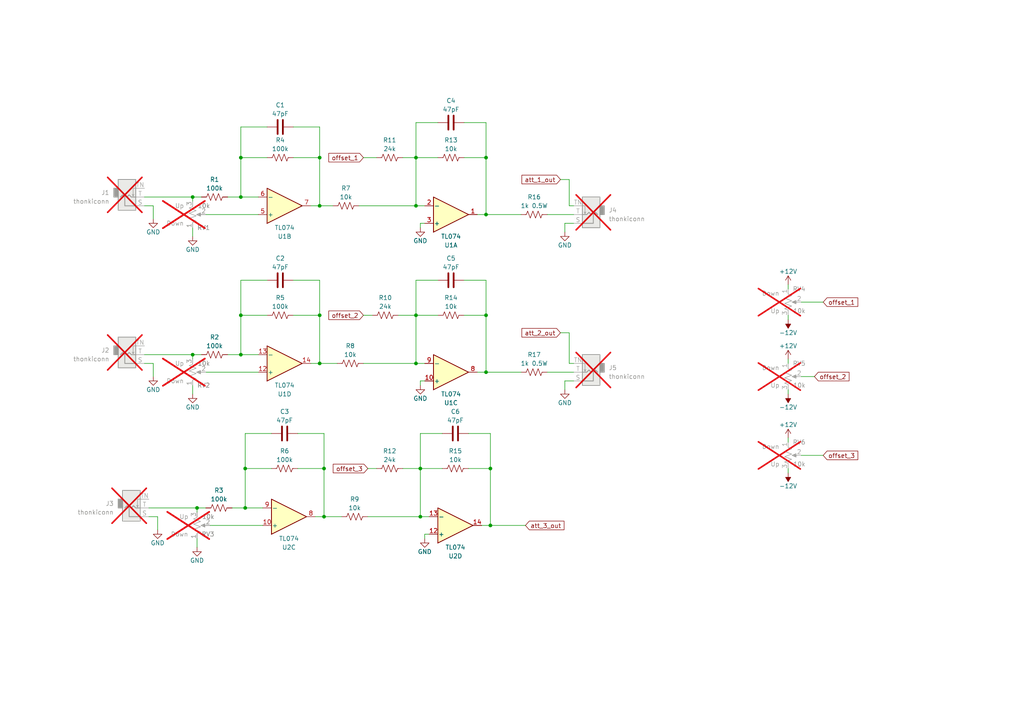
<source format=kicad_sch>
(kicad_sch (version 20231120) (generator "eeschema") (generator_version "8.0")
  (paper "A4")
  (lib_symbols
    (symbol "power:+12V" (power) (pin_names (offset 0))
      (property "Value" "+12V" (at 0 3.556 0))
      (symbol "+12V_0_1"
        (polyline (pts (xy -0.762 1.27) (xy 0 2.54)))
        (polyline (pts (xy 0 0) (xy 0 2.54)))
        (polyline (pts (xy 0 2.54) (xy 0.762 1.27)))
      )
      (symbol "+12V_1_1"
        (pin power_in line (at 0 0 90) (length 0) hide (name "+12V") (number "1"))
      )
    )
    (symbol "power:-12V" (power) (pin_names (offset 0))
      (property "Value" "-12V" (at 0 3.81 0))
      (symbol "-12V_0_0"
        (pin power_in line (at 0 0 90) (length 0) hide (name "-12V") (number "1"))
      )
      (symbol "-12V_0_1"
        (polyline (pts (xy 0 0) (xy 0 1.27) (xy 0.762 1.27) (xy 0 2.54) (xy -0.762 1.27) (xy 0 1.27)) (fill (type outline)))
      )
    )
    (symbol "power:GND" (power) (pin_names (offset 0))
      (property "Value" "GND" (at 0 -3.81 0))
      (symbol "GND_0_1"
        (polyline (pts (xy 0 0) (xy 0 -1.27) (xy 1.27 -1.27) (xy 0 -2.54) (xy -1.27 -1.27) (xy 0 -1.27)))
      )
      (symbol "GND_1_1"
        (pin power_in line (at 0 0 270) (length 0) hide (name "GND") (number "1"))
      )
    )
    (symbol "synthesis:ALPHAPOT_10K" (pin_names (offset 1.016) hide)
      (property "Reference" "RV" (at 2.54 3.81 0))
      (property "Value" "10k" (at 2.54 -2.54 0))
      (symbol "ALPHAPOT_10K_0_1"
        (polyline (pts (xy 0 -2.286) (xy 0 -2.54)))
        (polyline (pts (xy 0 2.54) (xy 0 2.286)))
        (polyline (pts (xy 2.54 0) (xy 1.524 0)))
        (polyline (pts (xy 1.143 0) (xy 2.286 0.508) (xy 2.286 -0.508) (xy 1.143 0)) (fill (type outline)))
        (polyline (pts (xy 0 -0.762) (xy 1.016 -1.143) (xy 0 -1.524) (xy -1.016 -1.905) (xy 0 -2.286)))
        (polyline (pts (xy 0 0.762) (xy 1.016 0.381) (xy 0 0) (xy -1.016 -0.381) (xy 0 -0.762)))
        (polyline (pts (xy 0 2.286) (xy 1.016 1.905) (xy 0 1.524) (xy -1.016 1.143) (xy 0 0.762)))
      )
      (symbol "ALPHAPOT_10K_1_1"
        (text "Down" (at -5.08 2.54 0) (effects (font (size 1.27 1.27))))
        (text "Up" (at -3.81 -2.54 0) (effects (font (size 1.27 1.27))))
        (pin passive line (at 0 3.81 270) (length 1.27) (name "1") (number "1"))
        (pin passive line (at 3.81 0 180) (length 1.27) (name "2") (number "2"))
        (pin passive line (at 0 -3.81 90) (length 1.27) (name "3") (number "3"))
      )
    )
    (symbol "synthesis:CAP_47PF_0603_COG" (pin_numbers hide) (pin_names (offset 0.254))
      (property "Reference" "C" (at 0.635 2.54 0))
      (property "Value" "47pF" (at 0.635 -2.54 0))
      (symbol "CAP_47PF_0603_COG_0_1"
        (polyline (pts (xy -2.032 -0.762) (xy 2.032 -0.762)) (stroke (width 0.508)))
        (polyline (pts (xy -2.032 0.762) (xy 2.032 0.762)) (stroke (width 0.508)))
      )
      (symbol "CAP_47PF_0603_COG_1_1"
        (pin passive line (at 0 3.81 270) (length 2.794) (name "~") (number "1"))
        (pin passive line (at 0 -3.81 90) (length 2.794) (name "~") (number "2"))
      )
    )
    (symbol "synthesis:RES_100k_0603" (pin_numbers hide) (pin_names (offset 0))
      (property "Reference" "R" (at 2.54 0 90))
      (property "Value" "100k" (at -2.54 0 90))
      (symbol "RES_100k_0603_0_1"
        (polyline (pts (xy 0 -2.286) (xy 0 -2.54)))
        (polyline (pts (xy 0 2.286) (xy 0 2.54)))
        (polyline (pts (xy 0 -0.762) (xy 1.016 -1.143) (xy 0 -1.524) (xy -1.016 -1.905) (xy 0 -2.286)))
        (polyline (pts (xy 0 0.762) (xy 1.016 0.381) (xy 0 0) (xy -1.016 -0.381) (xy 0 -0.762)))
        (polyline (pts (xy 0 2.286) (xy 1.016 1.905) (xy 0 1.524) (xy -1.016 1.143) (xy 0 0.762)))
      )
      (symbol "RES_100k_0603_1_1"
        (pin passive line (at 0 3.81 270) (length 1.27) (name "~") (number "1"))
        (pin passive line (at 0 -3.81 90) (length 1.27) (name "~") (number "2"))
      )
    )
    (symbol "synthesis:RES_10K_0603" (pin_numbers hide) (pin_names (offset 0))
      (property "Reference" "R" (at 2.54 0 90))
      (property "Value" "10k" (at -2.54 0 90))
      (symbol "RES_10K_0603_0_1"
        (polyline (pts (xy 0 -2.286) (xy 0 -2.54)))
        (polyline (pts (xy 0 2.286) (xy 0 2.54)))
        (polyline (pts (xy 0 -0.762) (xy 1.016 -1.143) (xy 0 -1.524) (xy -1.016 -1.905) (xy 0 -2.286)))
        (polyline (pts (xy 0 0.762) (xy 1.016 0.381) (xy 0 0) (xy -1.016 -0.381) (xy 0 -0.762)))
        (polyline (pts (xy 0 2.286) (xy 1.016 1.905) (xy 0 1.524) (xy -1.016 1.143) (xy 0 0.762)))
      )
      (symbol "RES_10K_0603_1_1"
        (pin passive line (at 0 3.81 270) (length 1.27) (name "~") (number "1"))
        (pin passive line (at 0 -3.81 90) (length 1.27) (name "~") (number "2"))
      )
    )
    (symbol "synthesis:RES_1K_1210" (pin_numbers hide) (pin_names (offset 0))
      (property "Reference" "R" (at 2.54 0 90))
      (property "Value" "1k 0.5W" (at -2.54 0 90))
      (symbol "RES_1K_1210_0_1"
        (polyline (pts (xy 0 -2.286) (xy 0 -2.54)))
        (polyline (pts (xy 0 2.286) (xy 0 2.54)))
        (polyline (pts (xy 0 -0.762) (xy 1.016 -1.143) (xy 0 -1.524) (xy -1.016 -1.905) (xy 0 -2.286)))
        (polyline (pts (xy 0 0.762) (xy 1.016 0.381) (xy 0 0) (xy -1.016 -0.381) (xy 0 -0.762)))
        (polyline (pts (xy 0 2.286) (xy 1.016 1.905) (xy 0 1.524) (xy -1.016 1.143) (xy 0 0.762)))
      )
      (symbol "RES_1K_1210_1_1"
        (pin passive line (at 0 3.81 270) (length 1.27) (name "~") (number "1"))
        (pin passive line (at 0 -3.81 90) (length 1.27) (name "~") (number "2"))
      )
    )
    (symbol "synthesis:RES_24K_0603" (pin_numbers hide) (pin_names (offset 0))
      (property "Reference" "R" (at 2.54 0 90))
      (property "Value" "24k" (at -2.54 0 90))
      (symbol "RES_24K_0603_0_1"
        (polyline (pts (xy 0 -2.286) (xy 0 -2.54)))
        (polyline (pts (xy 0 2.286) (xy 0 2.54)))
        (polyline (pts (xy 0 -0.762) (xy 1.016 -1.143) (xy 0 -1.524) (xy -1.016 -1.905) (xy 0 -2.286)))
        (polyline (pts (xy 0 0.762) (xy 1.016 0.381) (xy 0 0) (xy -1.016 -0.381) (xy 0 -0.762)))
        (polyline (pts (xy 0 2.286) (xy 1.016 1.905) (xy 0 1.524) (xy -1.016 1.143) (xy 0 0.762)))
      )
      (symbol "RES_24K_0603_1_1"
        (pin passive line (at 0 3.81 270) (length 1.27) (name "~") (number "1"))
        (pin passive line (at 0 -3.81 90) (length 1.27) (name "~") (number "2"))
      )
    )
    (symbol "synthesis:TL074" (pin_names (offset 0.127))
      (property "Reference" "U" (at 0 5.08 0))
      (property "Value" "TL074" (at 0 -5.08 0))
      (symbol "TL074_1_1"
        (polyline (pts (xy -5.08 5.08) (xy 5.08 0) (xy -5.08 -5.08) (xy -5.08 5.08)) (stroke (width 0.254)) (fill (type background)))
        (pin output line (at 7.62 0 180) (length 2.54) (name "~") (number "1"))
        (pin input line (at -7.62 -2.54 0) (length 2.54) (name "-") (number "2"))
        (pin input line (at -7.62 2.54 0) (length 2.54) (name "+") (number "3"))
      )
      (symbol "TL074_2_1"
        (polyline (pts (xy -5.08 5.08) (xy 5.08 0) (xy -5.08 -5.08) (xy -5.08 5.08)) (stroke (width 0.254)) (fill (type background)))
        (pin input line (at -7.62 2.54 0) (length 2.54) (name "+") (number "5"))
        (pin input line (at -7.62 -2.54 0) (length 2.54) (name "-") (number "6"))
        (pin output line (at 7.62 0 180) (length 2.54) (name "~") (number "7"))
      )
      (symbol "TL074_3_1"
        (polyline (pts (xy -5.08 5.08) (xy 5.08 0) (xy -5.08 -5.08) (xy -5.08 5.08)) (stroke (width 0.254)) (fill (type background)))
        (pin input line (at -7.62 2.54 0) (length 2.54) (name "+") (number "10"))
        (pin output line (at 7.62 0 180) (length 2.54) (name "~") (number "8"))
        (pin input line (at -7.62 -2.54 0) (length 2.54) (name "-") (number "9"))
      )
      (symbol "TL074_4_1"
        (polyline (pts (xy -5.08 5.08) (xy 5.08 0) (xy -5.08 -5.08) (xy -5.08 5.08)) (stroke (width 0.254)) (fill (type background)))
        (pin input line (at -7.62 2.54 0) (length 2.54) (name "+") (number "12"))
        (pin input line (at -7.62 -2.54 0) (length 2.54) (name "-") (number "13"))
        (pin output line (at 7.62 0 180) (length 2.54) (name "~") (number "14"))
      )
      (symbol "TL074_5_1"
        (pin power_in line (at -2.54 -7.62 90) (length 3.81) (name "V-") (number "11"))
        (pin power_in line (at -2.54 7.62 270) (length 3.81) (name "V+") (number "4"))
      )
    )
    (symbol "synthesis:thonkiconn"
      (property "Reference" "J" (at 0 8.89 0))
      (property "Value" "thonkiconn" (at 0 6.35 0))
      (symbol "thonkiconn_0_1"
        (rectangle (start -2.54 0) (end -3.81 -2.54) (stroke (width 0.254)) (fill (type outline)))
        (rectangle (start -2.54 3.81) (end 2.54 -5.08) (stroke (width 0.254)) (fill (type background)))
        (polyline (pts (xy 1.778 -0.254) (xy 2.032 -0.762)))
        (polyline (pts (xy 0 0) (xy 0.635 -0.635) (xy 1.27 0) (xy 2.54 0)) (stroke (width 0.254)))
        (polyline (pts (xy 2.54 -2.54) (xy 1.778 -2.54) (xy 1.778 -0.254) (xy 1.524 -0.762)))
        (polyline (pts (xy 2.54 2.54) (xy -0.635 2.54) (xy -0.635 0) (xy -1.27 -0.635) (xy -1.905 0)) (stroke (width 0.254)))
      )
      (symbol "thonkiconn_1_1"
        (pin passive line (at 5.08 2.54 180) (length 2.54) (name "~") (number "S"))
        (pin passive line (at 5.08 0 180) (length 2.54) (name "~") (number "T"))
        (pin passive line (at 5.08 -2.54 180) (length 2.54) (name "~") (number "TN"))
      )
    )
  )
  (junction (at 140.97 91.44))
  (junction (at 93.98 149.86))
  (junction (at 69.85 91.44))
  (junction (at 121.92 149.86))
  (junction (at 57.15 147.32))
  (junction (at 92.71 105.41))
  (junction (at 71.12 135.89))
  (junction (at 92.71 59.69))
  (junction (at 55.88 102.87))
  (junction (at 93.98 135.89))
  (junction (at 69.85 57.15))
  (junction (at 121.92 135.89))
  (junction (at 69.85 102.87))
  (junction (at 120.65 45.72))
  (junction (at 120.65 59.69))
  (junction (at 140.97 107.95))
  (junction (at 140.97 45.72))
  (junction (at 92.71 91.44))
  (junction (at 92.71 45.72))
  (junction (at 71.12 147.32))
  (junction (at 142.24 135.89))
  (junction (at 69.85 45.72))
  (junction (at 55.88 57.15))
  (junction (at 120.65 91.44))
  (junction (at 120.65 105.41))
  (junction (at 142.24 152.4))
  (junction (at 140.97 62.23))
  (wire (pts (xy 140.97 91.44) (xy 140.97 107.95)))
  (wire (pts (xy 121.92 66.04) (xy 121.92 64.77)))
  (wire (pts (xy 71.12 135.89) (xy 78.74 135.89)))
  (wire (pts (xy 85.09 81.28) (xy 92.71 81.28)))
  (wire (pts (xy 69.85 36.83) (xy 69.85 45.72)))
  (wire (pts (xy 142.24 152.4) (xy 152.4 152.4)))
  (wire (pts (xy 92.71 45.72) (xy 92.71 59.69)))
  (wire (pts (xy 86.36 125.73) (xy 93.98 125.73)))
  (wire (pts (xy 41.91 102.87) (xy 55.88 102.87)))
  (wire (pts (xy 163.83 64.77) (xy 166.37 64.77)))
  (wire (pts (xy 105.41 45.72) (xy 109.22 45.72)))
  (wire (pts (xy 120.65 105.41) (xy 123.19 105.41)))
  (wire (pts (xy 140.97 107.95) (xy 151.13 107.95)))
  (wire (pts (xy 123.19 154.94) (xy 124.46 154.94)))
  (wire (pts (xy 71.12 147.32) (xy 76.2 147.32)))
  (wire (pts (xy 128.27 125.73) (xy 121.92 125.73)))
  (wire (pts (xy 165.1 52.07) (xy 165.1 59.69)))
  (wire (pts (xy 69.85 91.44) (xy 69.85 102.87)))
  (wire (pts (xy 120.65 91.44) (xy 120.65 105.41)))
  (wire (pts (xy 123.19 156.21) (xy 123.19 154.94)))
  (wire (pts (xy 121.92 135.89) (xy 121.92 149.86)))
  (wire (pts (xy 140.97 81.28) (xy 140.97 91.44)))
  (wire (pts (xy 43.18 149.86) (xy 45.72 149.86)))
  (wire (pts (xy 163.83 67.31) (xy 163.83 64.77)))
  (wire (pts (xy 92.71 36.83) (xy 92.71 45.72)))
  (wire (pts (xy 77.47 36.83) (xy 69.85 36.83)))
  (wire (pts (xy 92.71 81.28) (xy 92.71 91.44)))
  (wire (pts (xy 116.84 135.89) (xy 121.92 135.89)))
  (wire (pts (xy 228.6 113.03) (xy 228.6 114.3)))
  (wire (pts (xy 41.91 105.41) (xy 44.45 105.41)))
  (wire (pts (xy 92.71 91.44) (xy 92.71 105.41)))
  (wire (pts (xy 57.15 148.59) (xy 57.15 147.32)))
  (wire (pts (xy 93.98 149.86) (xy 99.06 149.86)))
  (wire (pts (xy 158.75 107.95) (xy 166.37 107.95)))
  (wire (pts (xy 60.96 152.4) (xy 76.2 152.4)))
  (wire (pts (xy 142.24 135.89) (xy 142.24 152.4)))
  (wire (pts (xy 228.6 127) (xy 228.6 128.27)))
  (wire (pts (xy 71.12 125.73) (xy 71.12 135.89)))
  (wire (pts (xy 105.41 105.41) (xy 120.65 105.41)))
  (wire (pts (xy 127 35.56) (xy 120.65 35.56)))
  (wire (pts (xy 228.6 135.89) (xy 228.6 137.16)))
  (wire (pts (xy 140.97 35.56) (xy 140.97 45.72)))
  (wire (pts (xy 45.72 149.86) (xy 45.72 153.67)))
  (wire (pts (xy 93.98 125.73) (xy 93.98 135.89)))
  (wire (pts (xy 57.15 156.21) (xy 57.15 158.75)))
  (wire (pts (xy 92.71 59.69) (xy 90.17 59.69)))
  (wire (pts (xy 121.92 149.86) (xy 124.46 149.86)))
  (wire (pts (xy 85.09 91.44) (xy 92.71 91.44)))
  (wire (pts (xy 121.92 110.49) (xy 123.19 110.49)))
  (wire (pts (xy 69.85 57.15) (xy 74.93 57.15)))
  (wire (pts (xy 228.6 91.44) (xy 228.6 92.71)))
  (wire (pts (xy 162.56 52.07) (xy 165.1 52.07)))
  (wire (pts (xy 120.65 91.44) (xy 127 91.44)))
  (wire (pts (xy 77.47 81.28) (xy 69.85 81.28)))
  (wire (pts (xy 57.15 147.32) (xy 59.69 147.32)))
  (wire (pts (xy 140.97 62.23) (xy 138.43 62.23)))
  (wire (pts (xy 55.88 66.04) (xy 55.88 68.58)))
  (wire (pts (xy 69.85 102.87) (xy 74.93 102.87)))
  (wire (pts (xy 55.88 102.87) (xy 58.42 102.87)))
  (wire (pts (xy 163.83 110.49) (xy 166.37 110.49)))
  (wire (pts (xy 106.68 149.86) (xy 121.92 149.86)))
  (wire (pts (xy 41.91 57.15) (xy 55.88 57.15)))
  (wire (pts (xy 67.31 147.32) (xy 71.12 147.32)))
  (wire (pts (xy 140.97 107.95) (xy 138.43 107.95)))
  (wire (pts (xy 121.92 110.49) (xy 121.92 111.76)))
  (wire (pts (xy 92.71 105.41) (xy 97.79 105.41)))
  (wire (pts (xy 232.41 109.22) (xy 236.22 109.22)))
  (wire (pts (xy 55.88 58.42) (xy 55.88 57.15)))
  (wire (pts (xy 140.97 62.23) (xy 151.13 62.23)))
  (wire (pts (xy 44.45 59.69) (xy 44.45 63.5)))
  (wire (pts (xy 120.65 35.56) (xy 120.65 45.72)))
  (wire (pts (xy 59.69 107.95) (xy 74.93 107.95)))
  (wire (pts (xy 121.92 135.89) (xy 128.27 135.89)))
  (wire (pts (xy 44.45 105.41) (xy 44.45 109.22)))
  (wire (pts (xy 121.92 64.77) (xy 123.19 64.77)))
  (wire (pts (xy 142.24 125.73) (xy 142.24 135.89)))
  (wire (pts (xy 69.85 91.44) (xy 77.47 91.44)))
  (wire (pts (xy 106.68 135.89) (xy 109.22 135.89)))
  (wire (pts (xy 158.75 62.23) (xy 166.37 62.23)))
  (wire (pts (xy 228.6 104.14) (xy 228.6 105.41)))
  (wire (pts (xy 228.6 82.55) (xy 228.6 83.82)))
  (wire (pts (xy 55.88 104.14) (xy 55.88 102.87)))
  (wire (pts (xy 78.74 125.73) (xy 71.12 125.73)))
  (wire (pts (xy 104.14 59.69) (xy 120.65 59.69)))
  (wire (pts (xy 163.83 113.03) (xy 163.83 110.49)))
  (wire (pts (xy 66.04 57.15) (xy 69.85 57.15)))
  (wire (pts (xy 105.41 91.44) (xy 107.95 91.44)))
  (wire (pts (xy 115.57 91.44) (xy 120.65 91.44)))
  (wire (pts (xy 93.98 149.86) (xy 91.44 149.86)))
  (wire (pts (xy 165.1 105.41) (xy 166.37 105.41)))
  (wire (pts (xy 66.04 102.87) (xy 69.85 102.87)))
  (wire (pts (xy 120.65 59.69) (xy 123.19 59.69)))
  (wire (pts (xy 120.65 45.72) (xy 120.65 59.69)))
  (wire (pts (xy 92.71 105.41) (xy 90.17 105.41)))
  (wire (pts (xy 93.98 135.89) (xy 93.98 149.86)))
  (wire (pts (xy 121.92 125.73) (xy 121.92 135.89)))
  (wire (pts (xy 116.84 45.72) (xy 120.65 45.72)))
  (wire (pts (xy 140.97 45.72) (xy 140.97 62.23)))
  (wire (pts (xy 41.91 59.69) (xy 44.45 59.69)))
  (wire (pts (xy 85.09 36.83) (xy 92.71 36.83)))
  (wire (pts (xy 43.18 147.32) (xy 57.15 147.32)))
  (wire (pts (xy 135.89 135.89) (xy 142.24 135.89)))
  (wire (pts (xy 55.88 57.15) (xy 58.42 57.15)))
  (wire (pts (xy 92.71 59.69) (xy 96.52 59.69)))
  (wire (pts (xy 69.85 45.72) (xy 77.47 45.72)))
  (wire (pts (xy 135.89 125.73) (xy 142.24 125.73)))
  (wire (pts (xy 120.65 45.72) (xy 127 45.72)))
  (wire (pts (xy 71.12 135.89) (xy 71.12 147.32)))
  (wire (pts (xy 86.36 135.89) (xy 93.98 135.89)))
  (wire (pts (xy 69.85 81.28) (xy 69.85 91.44)))
  (wire (pts (xy 55.88 111.76) (xy 55.88 114.3)))
  (wire (pts (xy 142.24 152.4) (xy 139.7 152.4)))
  (wire (pts (xy 134.62 81.28) (xy 140.97 81.28)))
  (wire (pts (xy 120.65 81.28) (xy 120.65 91.44)))
  (wire (pts (xy 134.62 45.72) (xy 140.97 45.72)))
  (wire (pts (xy 232.41 132.08) (xy 238.76 132.08)))
  (wire (pts (xy 232.41 87.63) (xy 238.76 87.63)))
  (wire (pts (xy 85.09 45.72) (xy 92.71 45.72)))
  (wire (pts (xy 59.69 62.23) (xy 74.93 62.23)))
  (wire (pts (xy 162.56 96.52) (xy 165.1 96.52)))
  (wire (pts (xy 134.62 91.44) (xy 140.97 91.44)))
  (wire (pts (xy 127 81.28) (xy 120.65 81.28)))
  (wire (pts (xy 134.62 35.56) (xy 140.97 35.56)))
  (wire (pts (xy 69.85 45.72) (xy 69.85 57.15)))
  (wire (pts (xy 165.1 59.69) (xy 166.37 59.69)))
  (wire (pts (xy 165.1 96.52) (xy 165.1 105.41)))
  (global_label "offset_2" (shape input) (at 105.41 91.44 180) (property "Intersheetrefs" "${INTERSHEET_REFS}" (effects (hide yes))))
  (global_label "offset_3" (shape input) (at 106.68 135.89 180) (property "Intersheetrefs" "${INTERSHEET_REFS}" (effects (hide yes))))
  (global_label "offset_2" (shape input) (at 236.22 109.22 0) (property "Intersheetrefs" "${INTERSHEET_REFS}" (effects (hide yes))))
  (global_label "att_1_out" (shape input) (at 162.56 52.07 180) (property "Intersheetrefs" "${INTERSHEET_REFS}" (effects (hide yes))))
  (global_label "offset_3" (shape input) (at 238.76 132.08 0) (property "Intersheetrefs" "${INTERSHEET_REFS}" (effects (hide yes))))
  (global_label "offset_1" (shape input) (at 105.41 45.72 180) (property "Intersheetrefs" "${INTERSHEET_REFS}" (effects (hide yes))))
  (global_label "att_2_out" (shape input) (at 162.56 96.52 180) (property "Intersheetrefs" "${INTERSHEET_REFS}" (effects (hide yes))))
  (global_label "offset_1" (shape input) (at 238.76 87.63 0) (property "Intersheetrefs" "${INTERSHEET_REFS}" (effects (hide yes))))
  (global_label "att_3_out" (shape input) (at 152.4 152.4 0) (property "Intersheetrefs" "${INTERSHEET_REFS}" (effects (hide yes))))
  (symbol (lib_id "synthesis:RES_24K_0603") (at 113.03 45.72 90) (unit 1)
    (property "Reference" "R11" (at 113.03 40.64 90))
    (property "Value" "24k" (at 113.03 43.18 90))
    (property "Footprint" "Resistor_SMD:R_0603_1608Metric" (effects (hide yes)))
    (property "MFR" "YAGEO" (effects (hide yes)))
    (property "MPN" "RC0603FR-0724KL" (effects (hide yes)))
    (property "LCSC" " C137760" (effects (hide yes)))
  )
  (symbol (lib_id "synthesis:RES_10K_0603") (at 100.33 59.69 90) (unit 1)
    (property "Reference" "R7" (at 100.33 54.61 90))
    (property "Value" "10k" (at 100.33 57.15 90))
    (property "Footprint" "Resistor_SMD:R_0603_1608Metric" (effects (hide yes)))
    (property "MFR" "YAGEO" (effects (hide yes)))
    (property "MPN" "RC0603FR-0710KL" (effects (hide yes)))
    (property "LCSC" "C98220" (effects (hide yes)))
  )
  (symbol (lib_id "power:GND") (at 44.45 63.5 0) (unit 1)
    (property "Reference" "#PWR01" (effects (hide yes)))
    (property "Value" "GND" (at 44.45 67.31 0))
  )
  (symbol (lib_id "synthesis:thonkiconn") (at 171.45 62.23 180) (unit 1) (dnp yes)
    (property "Reference" "J4" (at 176.53 60.96 0) (effects (justify right)))
    (property "Value" "thonkiconn" (at 176.53 63.5 0) (effects (justify right)))
    (property "Footprint" "synthesis:thonkiconn" (effects (hide yes)))
    (property "MFR" "QINGPU" (effects (hide yes)))
    (property "MPN" "WQP518MA" (effects (hide yes)))
  )
  (symbol (lib_id "synthesis:RES_24K_0603") (at 111.76 91.44 90) (unit 1)
    (property "Reference" "R10" (at 111.76 86.36 90))
    (property "Value" "24k" (at 111.76 88.9 90))
    (property "Footprint" "Resistor_SMD:R_0603_1608Metric" (effects (hide yes)))
    (property "MFR" "YAGEO" (effects (hide yes)))
    (property "MPN" "RC0603FR-0724KL" (effects (hide yes)))
    (property "LCSC" " C137760" (effects (hide yes)))
  )
  (symbol (lib_id "synthesis:RES_10K_0603") (at 132.08 135.89 90) (unit 1)
    (property "Reference" "R15" (at 132.08 130.81 90))
    (property "Value" "10k" (at 132.08 133.35 90))
    (property "Footprint" "Resistor_SMD:R_0603_1608Metric" (effects (hide yes)))
    (property "MFR" "YAGEO" (effects (hide yes)))
    (property "MPN" "RC0603FR-0710KL" (effects (hide yes)))
    (property "LCSC" "C98220" (effects (hide yes)))
  )
  (symbol (lib_id "synthesis:RES_100k_0603") (at 81.28 45.72 90) (unit 1)
    (property "Reference" "R4" (at 81.28 40.64 90))
    (property "Value" "100k" (at 81.28 43.18 90))
    (property "Footprint" "Resistor_SMD:R_0603_1608Metric" (effects (hide yes)))
    (property "MFR" "RC0603FR-07100KL" (effects (hide yes)))
    (property "MPN" "RC0603FR-07100KL" (effects (hide yes)))
    (property "LCSC" "C14675" (effects (hide yes)))
  )
  (symbol (lib_id "synthesis:RES_10K_0603") (at 130.81 91.44 90) (unit 1)
    (property "Reference" "R14" (at 130.81 86.36 90))
    (property "Value" "10k" (at 130.81 88.9 90))
    (property "Footprint" "Resistor_SMD:R_0603_1608Metric" (effects (hide yes)))
    (property "MFR" "YAGEO" (effects (hide yes)))
    (property "MPN" "RC0603FR-0710KL" (effects (hide yes)))
    (property "LCSC" "C98220" (effects (hide yes)))
  )
  (symbol (lib_id "power:GND") (at 55.88 68.58 0) (unit 1)
    (property "Reference" "#PWR04" (effects (hide yes)))
    (property "Value" "GND" (at 55.88 72.39 0))
  )
  (symbol (lib_id "synthesis:RES_100k_0603") (at 63.5 147.32 90) (unit 1)
    (property "Reference" "R3" (at 63.5 142.24 90))
    (property "Value" "100k" (at 63.5 144.78 90))
    (property "Footprint" "Resistor_SMD:R_0603_1608Metric" (effects (hide yes)))
    (property "MFR" "RC0603FR-07100KL" (effects (hide yes)))
    (property "MPN" "RC0603FR-07100KL" (effects (hide yes)))
    (property "LCSC" "C14675" (effects (hide yes)))
  )
  (symbol (lib_id "synthesis:ALPHAPOT_10K") (at 228.6 109.22 0) (unit 1) (dnp yes)
    (property "Reference" "RV5" (at 233.68 105.41 0) (effects (justify right)))
    (property "Value" "10k" (at 233.68 111.76 0) (effects (justify right)))
    (property "Footprint" "Potentiometer_THT:Potentiometer_Alpha_RD901F-40-00D_Single_Vertical" (effects (hide yes)))
    (property "MFR" "ALPHA" (effects (hide yes)))
    (property "MPN" "RD901F-40-00D" (effects (hide yes)))
  )
  (symbol (lib_id "synthesis:RES_100k_0603") (at 62.23 57.15 90) (unit 1)
    (property "Reference" "R1" (at 62.23 52.07 90))
    (property "Value" "100k" (at 62.23 54.61 90))
    (property "Footprint" "Resistor_SMD:R_0603_1608Metric" (effects (hide yes)))
    (property "MFR" "RC0603FR-07100KL" (effects (hide yes)))
    (property "MPN" "RC0603FR-07100KL" (effects (hide yes)))
    (property "LCSC" "C14675" (effects (hide yes)))
  )
  (symbol (lib_id "synthesis:RES_100k_0603") (at 81.28 91.44 90) (unit 1)
    (property "Reference" "R5" (at 81.28 86.36 90))
    (property "Value" "100k" (at 81.28 88.9 90))
    (property "Footprint" "Resistor_SMD:R_0603_1608Metric" (effects (hide yes)))
    (property "MFR" "RC0603FR-07100KL" (effects (hide yes)))
    (property "MPN" "RC0603FR-07100KL" (effects (hide yes)))
    (property "LCSC" "C14675" (effects (hide yes)))
  )
  (symbol (lib_id "power:-12V") (at 228.6 137.16 180) (unit 1)
    (property "Reference" "#PWR017" (effects (hide yes)))
    (property "Value" "-12V" (at 228.6 140.97 0))
  )
  (symbol (lib_id "synthesis:CAP_47PF_0603_COG") (at 130.81 81.28 90) (unit 1)
    (property "Reference" "C5" (at 130.81 74.93 90))
    (property "Value" "47pF" (at 130.81 77.47 90))
    (property "Footprint" "Capacitor_SMD:C_0603_1608Metric" (effects (hide yes)))
    (property "MFR" "YAGEO" (effects (hide yes)))
    (property "MPN" "CC0603JRNPO9BN470" (effects (hide yes)))
    (property "LCSC" "C105622" (effects (hide yes)))
  )
  (symbol (lib_id "synthesis:thonkiconn") (at 36.83 102.87 0) (mirror x) (unit 1) (dnp yes)
    (property "Reference" "J2" (at 31.75 101.6 0) (effects (justify right)))
    (property "Value" "thonkiconn" (at 31.75 104.14 0) (effects (justify right)))
    (property "Footprint" "synthesis:thonkiconn" (effects (hide yes)))
    (property "MFR" "QINGPU" (effects (hide yes)))
    (property "MPN" "WQP518MA" (effects (hide yes)))
  )
  (symbol (lib_id "synthesis:TL074") (at 132.08 152.4 0) (mirror x) (unit 4)
    (property "Reference" "U2" (at 132.08 161.29 0))
    (property "Value" "TL074" (at 132.08 158.75 0))
    (property "Footprint" "Package_SO:TSSOP-14_4.4x5mm_P0.65mm" (effects (hide yes)))
    (property "Datasheet" "http://www.ti.com/lit/ds/symlink/lm2902-n.pdf" (effects (hide yes)))
    (property "MFR" "TI" (effects (hide yes)))
    (property "MPN" "TL074CPWR" (effects (hide yes)))
    (property "LCSC" "C96507" (effects (hide yes)))
  )
  (symbol (lib_id "synthesis:RES_24K_0603") (at 113.03 135.89 90) (unit 1)
    (property "Reference" "R12" (at 113.03 130.81 90))
    (property "Value" "24k" (at 113.03 133.35 90))
    (property "Footprint" "Resistor_SMD:R_0603_1608Metric" (effects (hide yes)))
    (property "MFR" "YAGEO" (effects (hide yes)))
    (property "MPN" "RC0603FR-0724KL" (effects (hide yes)))
    (property "LCSC" " C137760" (effects (hide yes)))
  )
  (symbol (lib_id "synthesis:RES_10K_0603") (at 101.6 105.41 90) (unit 1)
    (property "Reference" "R8" (at 101.6 100.33 90))
    (property "Value" "10k" (at 101.6 102.87 90))
    (property "Footprint" "Resistor_SMD:R_0603_1608Metric" (effects (hide yes)))
    (property "MFR" "YAGEO" (effects (hide yes)))
    (property "MPN" "RC0603FR-0710KL" (effects (hide yes)))
    (property "LCSC" "C98220" (effects (hide yes)))
  )
  (symbol (lib_id "synthesis:TL074") (at 130.81 62.23 0) (mirror x) (unit 1)
    (property "Reference" "U1" (at 130.81 71.12 0))
    (property "Value" "TL074" (at 130.81 68.58 0))
    (property "Footprint" "Package_SO:TSSOP-14_4.4x5mm_P0.65mm" (effects (hide yes)))
    (property "Datasheet" "http://www.ti.com/lit/ds/symlink/lm2902-n.pdf" (effects (hide yes)))
    (property "MFR" "TI" (effects (hide yes)))
    (property "MPN" "TL074CPWR" (effects (hide yes)))
    (property "LCSC" "C96507" (effects (hide yes)))
  )
  (symbol (lib_id "power:GND") (at 45.72 153.67 0) (unit 1)
    (property "Reference" "#PWR03" (effects (hide yes)))
    (property "Value" "GND" (at 45.72 157.48 0))
  )
  (symbol (lib_id "synthesis:thonkiconn") (at 171.45 107.95 180) (unit 1) (dnp yes)
    (property "Reference" "J5" (at 176.53 106.68 0) (effects (justify right)))
    (property "Value" "thonkiconn" (at 176.53 109.22 0) (effects (justify right)))
    (property "Footprint" "synthesis:thonkiconn" (effects (hide yes)))
    (property "MFR" "QINGPU" (effects (hide yes)))
    (property "MPN" "WQP518MA" (effects (hide yes)))
  )
  (symbol (lib_id "power:+12V") (at 228.6 127 0) (unit 1)
    (property "Reference" "#PWR016" (effects (hide yes)))
    (property "Value" "+12V" (at 228.6 123.19 0))
  )
  (symbol (lib_id "synthesis:thonkiconn") (at 38.1 147.32 0) (mirror x) (unit 1) (dnp yes)
    (property "Reference" "J3" (at 33.02 146.05 0) (effects (justify right)))
    (property "Value" "thonkiconn" (at 33.02 148.59 0) (effects (justify right)))
    (property "Footprint" "synthesis:thonkiconn" (effects (hide yes)))
    (property "MFR" "QINGPU" (effects (hide yes)))
    (property "MPN" "WQP518MA" (effects (hide yes)))
  )
  (symbol (lib_id "power:+12V") (at 228.6 82.55 0) (unit 1)
    (property "Reference" "#PWR012" (effects (hide yes)))
    (property "Value" "+12V" (at 228.6 78.74 0))
  )
  (symbol (lib_id "power:GND") (at 55.88 114.3 0) (unit 1)
    (property "Reference" "#PWR05" (effects (hide yes)))
    (property "Value" "GND" (at 55.88 118.11 0))
  )
  (symbol (lib_id "synthesis:RES_1K_1210") (at 154.94 107.95 90) (unit 1)
    (property "Reference" "R17" (at 154.94 102.87 90))
    (property "Value" "1k 0.5W" (at 154.94 105.41 90))
    (property "Footprint" "Resistor_SMD:R_1210_3225Metric" (effects (hide yes)))
    (property "MFR" "YAGEO" (effects (hide yes)))
    (property "MPN" "RC1210FR-071KL" (effects (hide yes)))
    (property "LCSC" "C83144" (effects (hide yes)))
  )
  (symbol (lib_id "power:-12V") (at 228.6 92.71 180) (unit 1)
    (property "Reference" "#PWR013" (effects (hide yes)))
    (property "Value" "-12V" (at 228.6 96.52 0))
  )
  (symbol (lib_id "synthesis:TL074") (at 83.82 149.86 0) (mirror x) (unit 3)
    (property "Reference" "U2" (at 83.82 158.75 0))
    (property "Value" "TL074" (at 83.82 156.21 0))
    (property "Footprint" "Package_SO:TSSOP-14_4.4x5mm_P0.65mm" (effects (hide yes)))
    (property "Datasheet" "http://www.ti.com/lit/ds/symlink/lm2902-n.pdf" (effects (hide yes)))
    (property "MFR" "TI" (effects (hide yes)))
    (property "MPN" "TL074CPWR" (effects (hide yes)))
    (property "LCSC" "C96507" (effects (hide yes)))
  )
  (symbol (lib_id "synthesis:RES_100k_0603") (at 62.23 102.87 90) (unit 1)
    (property "Reference" "R2" (at 62.23 97.79 90))
    (property "Value" "100k" (at 62.23 100.33 90))
    (property "Footprint" "Resistor_SMD:R_0603_1608Metric" (effects (hide yes)))
    (property "MFR" "RC0603FR-07100KL" (effects (hide yes)))
    (property "MPN" "RC0603FR-07100KL" (effects (hide yes)))
    (property "LCSC" "C14675" (effects (hide yes)))
  )
  (symbol (lib_id "synthesis:TL074") (at 82.55 105.41 0) (mirror x) (unit 4)
    (property "Reference" "U1" (at 82.55 114.3 0))
    (property "Value" "TL074" (at 82.55 111.76 0))
    (property "Footprint" "Package_SO:TSSOP-14_4.4x5mm_P0.65mm" (effects (hide yes)))
    (property "Datasheet" "http://www.ti.com/lit/ds/symlink/lm2902-n.pdf" (effects (hide yes)))
    (property "MFR" "TI" (effects (hide yes)))
    (property "MPN" "TL074CPWR" (effects (hide yes)))
    (property "LCSC" "C96507" (effects (hide yes)))
  )
  (symbol (lib_id "synthesis:thonkiconn") (at 36.83 57.15 0) (mirror x) (unit 1) (dnp yes)
    (property "Reference" "J1" (at 31.75 55.88 0) (effects (justify right)))
    (property "Value" "thonkiconn" (at 31.75 58.42 0) (effects (justify right)))
    (property "Footprint" "synthesis:thonkiconn" (effects (hide yes)))
    (property "MFR" "QINGPU" (effects (hide yes)))
    (property "MPN" "WQP518MA" (effects (hide yes)))
  )
  (symbol (lib_id "power:GND") (at 123.19 156.21 0) (unit 1)
    (property "Reference" "#PWR09" (effects (hide yes)))
    (property "Value" "GND" (at 123.19 160.02 0))
  )
  (symbol (lib_id "power:GND") (at 163.83 67.31 0) (unit 1)
    (property "Reference" "#PWR010" (effects (hide yes)))
    (property "Value" "GND" (at 163.83 71.12 0))
  )
  (symbol (lib_id "synthesis:CAP_47PF_0603_COG") (at 132.08 125.73 90) (unit 1)
    (property "Reference" "C6" (at 132.08 119.38 90))
    (property "Value" "47pF" (at 132.08 121.92 90))
    (property "Footprint" "Capacitor_SMD:C_0603_1608Metric" (effects (hide yes)))
    (property "MFR" "YAGEO" (effects (hide yes)))
    (property "MPN" "CC0603JRNPO9BN470" (effects (hide yes)))
    (property "LCSC" "C105622" (effects (hide yes)))
  )
  (symbol (lib_id "power:GND") (at 121.92 111.76 0) (unit 1)
    (property "Reference" "#PWR08" (effects (hide yes)))
    (property "Value" "GND" (at 121.92 115.57 0))
  )
  (symbol (lib_id "synthesis:RES_10K_0603") (at 130.81 45.72 90) (unit 1)
    (property "Reference" "R13" (at 130.81 40.64 90))
    (property "Value" "10k" (at 130.81 43.18 90))
    (property "Footprint" "Resistor_SMD:R_0603_1608Metric" (effects (hide yes)))
    (property "MFR" "YAGEO" (effects (hide yes)))
    (property "MPN" "RC0603FR-0710KL" (effects (hide yes)))
    (property "LCSC" "C98220" (effects (hide yes)))
  )
  (symbol (lib_id "power:-12V") (at 228.6 114.3 180) (unit 1)
    (property "Reference" "#PWR015" (effects (hide yes)))
    (property "Value" "-12V" (at 228.6 118.11 0))
  )
  (symbol (lib_id "synthesis:RES_100k_0603") (at 82.55 135.89 90) (unit 1)
    (property "Reference" "R6" (at 82.55 130.81 90))
    (property "Value" "100k" (at 82.55 133.35 90))
    (property "Footprint" "Resistor_SMD:R_0603_1608Metric" (effects (hide yes)))
    (property "MFR" "RC0603FR-07100KL" (effects (hide yes)))
    (property "MPN" "RC0603FR-07100KL" (effects (hide yes)))
    (property "LCSC" "C14675" (effects (hide yes)))
  )
  (symbol (lib_id "synthesis:ALPHAPOT_10K") (at 57.15 152.4 0) (mirror x) (unit 1) (dnp yes)
    (property "Reference" "RV3" (at 62.23 154.94 0) (effects (justify right)))
    (property "Value" "10k" (at 62.23 149.86 0) (effects (justify right)))
    (property "Footprint" "Potentiometer_THT:Potentiometer_Alpha_RD901F-40-00D_Single_Vertical" (effects (hide yes)))
    (property "MFR" "ALPHA" (effects (hide yes)))
    (property "MPN" "RD901F-40-00D" (effects (hide yes)))
  )
  (symbol (lib_id "synthesis:CAP_47PF_0603_COG") (at 130.81 35.56 90) (unit 1)
    (property "Reference" "C4" (at 130.81 29.21 90))
    (property "Value" "47pF" (at 130.81 31.75 90))
    (property "Footprint" "Capacitor_SMD:C_0603_1608Metric" (effects (hide yes)))
    (property "MFR" "YAGEO" (effects (hide yes)))
    (property "MPN" "CC0603JRNPO9BN470" (effects (hide yes)))
    (property "LCSC" "C105622" (effects (hide yes)))
  )
  (symbol (lib_id "power:GND") (at 163.83 113.03 0) (unit 1)
    (property "Reference" "#PWR011" (effects (hide yes)))
    (property "Value" "GND" (at 163.83 116.84 0))
  )
  (symbol (lib_id "power:GND") (at 57.15 158.75 0) (unit 1)
    (property "Reference" "#PWR06" (effects (hide yes)))
    (property "Value" "GND" (at 57.15 162.56 0))
  )
  (symbol (lib_id "synthesis:CAP_47PF_0603_COG") (at 81.28 36.83 90) (unit 1)
    (property "Reference" "C1" (at 81.28 30.48 90))
    (property "Value" "47pF" (at 81.28 33.02 90))
    (property "Footprint" "Capacitor_SMD:C_0603_1608Metric" (effects (hide yes)))
    (property "MFR" "YAGEO" (effects (hide yes)))
    (property "MPN" "CC0603JRNPO9BN470" (effects (hide yes)))
    (property "LCSC" "C105622" (effects (hide yes)))
  )
  (symbol (lib_id "power:GND") (at 121.92 66.04 0) (unit 1)
    (property "Reference" "#PWR07" (effects (hide yes)))
    (property "Value" "GND" (at 121.92 69.85 0))
  )
  (symbol (lib_id "synthesis:RES_1K_1210") (at 154.94 62.23 90) (unit 1)
    (property "Reference" "R16" (at 154.94 57.15 90))
    (property "Value" "1k 0.5W" (at 154.94 59.69 90))
    (property "Footprint" "Resistor_SMD:R_1210_3225Metric" (effects (hide yes)))
    (property "MFR" "YAGEO" (effects (hide yes)))
    (property "MPN" "RC1210FR-071KL" (effects (hide yes)))
    (property "LCSC" "C83144" (effects (hide yes)))
  )
  (symbol (lib_id "synthesis:CAP_47PF_0603_COG") (at 81.28 81.28 90) (unit 1)
    (property "Reference" "C2" (at 81.28 74.93 90))
    (property "Value" "47pF" (at 81.28 77.47 90))
    (property "Footprint" "Capacitor_SMD:C_0603_1608Metric" (effects (hide yes)))
    (property "MFR" "YAGEO" (effects (hide yes)))
    (property "MPN" "CC0603JRNPO9BN470" (effects (hide yes)))
    (property "LCSC" "C105622" (effects (hide yes)))
  )
  (symbol (lib_id "synthesis:TL074") (at 130.81 107.95 0) (mirror x) (unit 3)
    (property "Reference" "U1" (at 130.81 116.84 0))
    (property "Value" "TL074" (at 130.81 114.3 0))
    (property "Footprint" "Package_SO:TSSOP-14_4.4x5mm_P0.65mm" (effects (hide yes)))
    (property "Datasheet" "http://www.ti.com/lit/ds/symlink/lm2902-n.pdf" (effects (hide yes)))
    (property "MFR" "TI" (effects (hide yes)))
    (property "MPN" "TL074CPWR" (effects (hide yes)))
    (property "LCSC" "C96507" (effects (hide yes)))
  )
  (symbol (lib_id "synthesis:ALPHAPOT_10K") (at 228.6 132.08 0) (unit 1) (dnp yes)
    (property "Reference" "RV6" (at 233.68 128.27 0) (effects (justify right)))
    (property "Value" "10k" (at 233.68 134.62 0) (effects (justify right)))
    (property "Footprint" "Potentiometer_THT:Potentiometer_Alpha_RD901F-40-00D_Single_Vertical" (effects (hide yes)))
    (property "MFR" "ALPHA" (effects (hide yes)))
    (property "MPN" "RD901F-40-00D" (effects (hide yes)))
  )
  (symbol (lib_id "synthesis:ALPHAPOT_10K") (at 55.88 107.95 0) (mirror x) (unit 1) (dnp yes)
    (property "Reference" "RV2" (at 60.96 111.76 0) (effects (justify right)))
    (property "Value" "10k" (at 60.96 105.41 0) (effects (justify right)))
    (property "Footprint" "Potentiometer_THT:Potentiometer_Alpha_RD901F-40-00D_Single_Vertical" (effects (hide yes)))
    (property "MFR" "ALPHA" (effects (hide yes)))
    (property "MPN" "RD901F-40-00D" (effects (hide yes)))
  )
  (symbol (lib_id "synthesis:RES_10K_0603") (at 102.87 149.86 90) (unit 1)
    (property "Reference" "R9" (at 102.87 144.78 90))
    (property "Value" "10k" (at 102.87 147.32 90))
    (property "Footprint" "Resistor_SMD:R_0603_1608Metric" (effects (hide yes)))
    (property "MFR" "YAGEO" (effects (hide yes)))
    (property "MPN" "RC0603FR-0710KL" (effects (hide yes)))
    (property "LCSC" "C98220" (effects (hide yes)))
  )
  (symbol (lib_id "power:GND") (at 44.45 109.22 0) (unit 1)
    (property "Reference" "#PWR02" (effects (hide yes)))
    (property "Value" "GND" (at 44.45 113.03 0))
  )
  (symbol (lib_id "synthesis:TL074") (at 82.55 59.69 0) (mirror x) (unit 2)
    (property "Reference" "U1" (at 82.55 68.58 0))
    (property "Value" "TL074" (at 82.55 66.04 0))
    (property "Footprint" "Package_SO:TSSOP-14_4.4x5mm_P0.65mm" (effects (hide yes)))
    (property "Datasheet" "http://www.ti.com/lit/ds/symlink/lm2902-n.pdf" (effects (hide yes)))
    (property "MFR" "TI" (effects (hide yes)))
    (property "MPN" "TL074CPWR" (effects (hide yes)))
    (property "LCSC" "C96507" (effects (hide yes)))
  )
  (symbol (lib_id "synthesis:ALPHAPOT_10K") (at 228.6 87.63 0) (unit 1) (dnp yes)
    (property "Reference" "RV4" (at 233.68 83.82 0) (effects (justify right)))
    (property "Value" "10k" (at 233.68 90.17 0) (effects (justify right)))
    (property "Footprint" "Potentiometer_THT:Potentiometer_Alpha_RD901F-40-00D_Single_Vertical" (effects (hide yes)))
    (property "MFR" "ALPHA" (effects (hide yes)))
    (property "MPN" "RD901F-40-00D" (effects (hide yes)))
  )
  (symbol (lib_id "synthesis:CAP_47PF_0603_COG") (at 82.55 125.73 90) (unit 1)
    (property "Reference" "C3" (at 82.55 119.38 90))
    (property "Value" "47pF" (at 82.55 121.92 90))
    (property "Footprint" "Capacitor_SMD:C_0603_1608Metric" (effects (hide yes)))
    (property "MFR" "YAGEO" (effects (hide yes)))
    (property "MPN" "CC0603JRNPO9BN470" (effects (hide yes)))
    (property "LCSC" "C105622" (effects (hide yes)))
  )
  (symbol (lib_id "power:+12V") (at 228.6 104.14 0) (unit 1)
    (property "Reference" "#PWR014" (effects (hide yes)))
    (property "Value" "+12V" (at 228.6 100.33 0))
  )
  (symbol (lib_id "synthesis:ALPHAPOT_10K") (at 55.88 62.23 0) (mirror x) (unit 1) (dnp yes)
    (property "Reference" "RV1" (at 60.96 66.04 0) (effects (justify right)))
    (property "Value" "10k" (at 60.96 59.69 0) (effects (justify right)))
    (property "Footprint" "Potentiometer_THT:Potentiometer_Alpha_RD901F-40-00D_Single_Vertical" (effects (hide yes)))
    (property "MFR" "ALPHA" (effects (hide yes)))
    (property "MPN" "RD901F-40-00D" (effects (hide yes)))
  )
)
</source>
